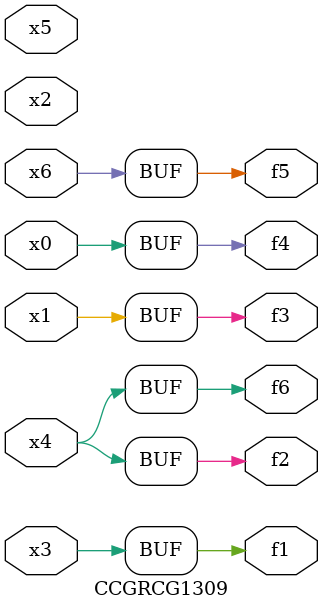
<source format=v>
module CCGRCG1309(
	input x0, x1, x2, x3, x4, x5, x6,
	output f1, f2, f3, f4, f5, f6
);
	assign f1 = x3;
	assign f2 = x4;
	assign f3 = x1;
	assign f4 = x0;
	assign f5 = x6;
	assign f6 = x4;
endmodule

</source>
